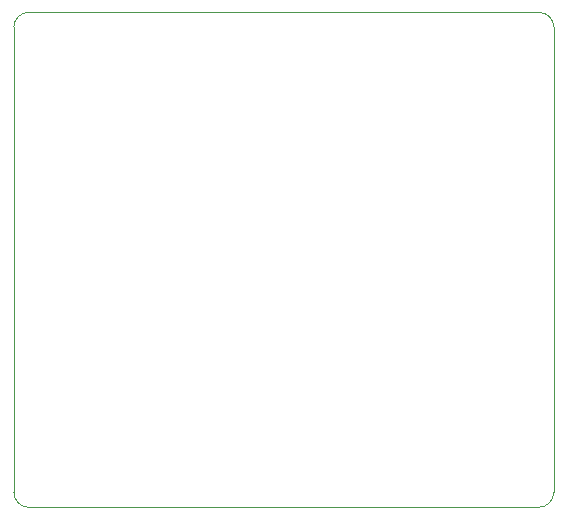
<source format=gbr>
%TF.GenerationSoftware,KiCad,Pcbnew,6.0.1-79c1e3a40b~116~ubuntu20.04.1*%
%TF.CreationDate,2022-02-08T10:59:44-05:00*%
%TF.ProjectId,gameKey-PCB-MainControl,67616d65-4b65-4792-9d50-43422d4d6169,rev?*%
%TF.SameCoordinates,Original*%
%TF.FileFunction,Profile,NP*%
%FSLAX46Y46*%
G04 Gerber Fmt 4.6, Leading zero omitted, Abs format (unit mm)*
G04 Created by KiCad (PCBNEW 6.0.1-79c1e3a40b~116~ubuntu20.04.1) date 2022-02-08 10:59:44*
%MOMM*%
%LPD*%
G01*
G04 APERTURE LIST*
%TA.AperFunction,Profile*%
%ADD10C,0.050800*%
%TD*%
G04 APERTURE END LIST*
D10*
X2540000Y1270000D02*
X2540000Y40640000D01*
X2540000Y1270000D02*
G75*
G03*
X3810000Y0I1269999J-1D01*
G01*
X3810000Y41910000D02*
X46990000Y41910000D01*
X3810000Y41910000D02*
G75*
G03*
X2540000Y40640000I-1J-1269999D01*
G01*
X48260000Y40640000D02*
G75*
G03*
X46990000Y41910000I-1269999J1D01*
G01*
X46990000Y0D02*
X3810000Y0D01*
X46990000Y0D02*
G75*
G03*
X48260000Y1270000I1J1269999D01*
G01*
X48260000Y40640000D02*
X48260000Y1270000D01*
M02*

</source>
